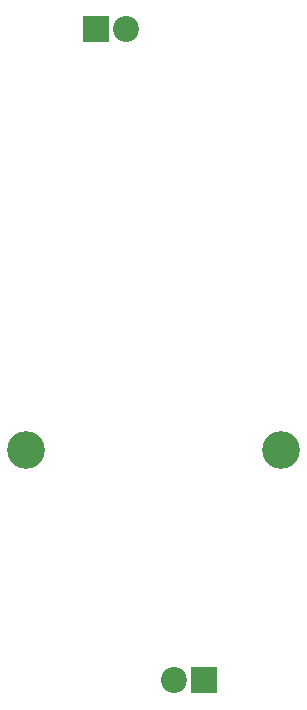
<source format=gbr>
G04 #@! TF.FileFunction,Soldermask,Top*
%FSLAX46Y46*%
G04 Gerber Fmt 4.6, Leading zero omitted, Abs format (unit mm)*
G04 Created by KiCad (PCBNEW 4.0.7-e2-6376~58~ubuntu16.04.1) date Wed Nov 29 21:12:47 2017*
%MOMM*%
%LPD*%
G01*
G04 APERTURE LIST*
%ADD10C,0.100000*%
%ADD11C,3.200000*%
%ADD12C,2.200000*%
%ADD13R,2.200000X2.200000*%
G04 APERTURE END LIST*
D10*
D11*
X113050400Y-103606600D03*
X134650400Y-103606600D03*
D12*
X121462800Y-67995800D03*
D13*
X118922800Y-67995800D03*
D12*
X125552200Y-123088400D03*
D13*
X128092200Y-123088400D03*
M02*

</source>
